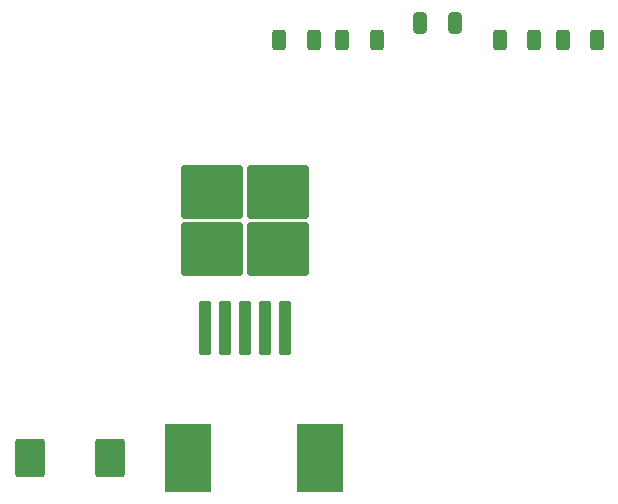
<source format=gtp>
G04 #@! TF.GenerationSoftware,KiCad,Pcbnew,7.0.2*
G04 #@! TF.CreationDate,2023-08-07T12:58:25+02:00*
G04 #@! TF.ProjectId,Module_3,4d6f6475-6c65-45f3-932e-6b696361645f,rev?*
G04 #@! TF.SameCoordinates,Original*
G04 #@! TF.FileFunction,Paste,Top*
G04 #@! TF.FilePolarity,Positive*
%FSLAX46Y46*%
G04 Gerber Fmt 4.6, Leading zero omitted, Abs format (unit mm)*
G04 Created by KiCad (PCBNEW 7.0.2) date 2023-08-07 12:58:25*
%MOMM*%
%LPD*%
G01*
G04 APERTURE LIST*
G04 Aperture macros list*
%AMRoundRect*
0 Rectangle with rounded corners*
0 $1 Rounding radius*
0 $2 $3 $4 $5 $6 $7 $8 $9 X,Y pos of 4 corners*
0 Add a 4 corners polygon primitive as box body*
4,1,4,$2,$3,$4,$5,$6,$7,$8,$9,$2,$3,0*
0 Add four circle primitives for the rounded corners*
1,1,$1+$1,$2,$3*
1,1,$1+$1,$4,$5*
1,1,$1+$1,$6,$7*
1,1,$1+$1,$8,$9*
0 Add four rect primitives between the rounded corners*
20,1,$1+$1,$2,$3,$4,$5,0*
20,1,$1+$1,$4,$5,$6,$7,0*
20,1,$1+$1,$6,$7,$8,$9,0*
20,1,$1+$1,$8,$9,$2,$3,0*%
G04 Aperture macros list end*
%ADD10RoundRect,0.250000X0.312500X0.625000X-0.312500X0.625000X-0.312500X-0.625000X0.312500X-0.625000X0*%
%ADD11RoundRect,0.250000X0.300000X-2.050000X0.300000X2.050000X-0.300000X2.050000X-0.300000X-2.050000X0*%
%ADD12RoundRect,0.250000X2.375000X-2.025000X2.375000X2.025000X-2.375000X2.025000X-2.375000X-2.025000X0*%
%ADD13RoundRect,0.250000X-0.312500X-0.625000X0.312500X-0.625000X0.312500X0.625000X-0.312500X0.625000X0*%
%ADD14RoundRect,0.250000X0.325000X0.650000X-0.325000X0.650000X-0.325000X-0.650000X0.325000X-0.650000X0*%
%ADD15RoundRect,0.250000X-1.000000X1.400000X-1.000000X-1.400000X1.000000X-1.400000X1.000000X1.400000X0*%
%ADD16R,4.000000X5.800000*%
G04 APERTURE END LIST*
D10*
X190250000Y-89535000D03*
X187325000Y-89535000D03*
D11*
X162335000Y-113925000D03*
X164035000Y-113925000D03*
X165735000Y-113925000D03*
D12*
X162960000Y-107200000D03*
X168510000Y-107200000D03*
X162960000Y-102350000D03*
X168510000Y-102350000D03*
D11*
X167435000Y-113925000D03*
X169135000Y-113925000D03*
D13*
X168660000Y-89535000D03*
X171585000Y-89535000D03*
D10*
X195580000Y-89535000D03*
X192655000Y-89535000D03*
D13*
X173990000Y-89535000D03*
X176915000Y-89535000D03*
D14*
X183515000Y-88038000D03*
X180565000Y-88038000D03*
D15*
X154305000Y-124868000D03*
X147505000Y-124868000D03*
D16*
X160909000Y-124868000D03*
X172085000Y-124868000D03*
M02*

</source>
